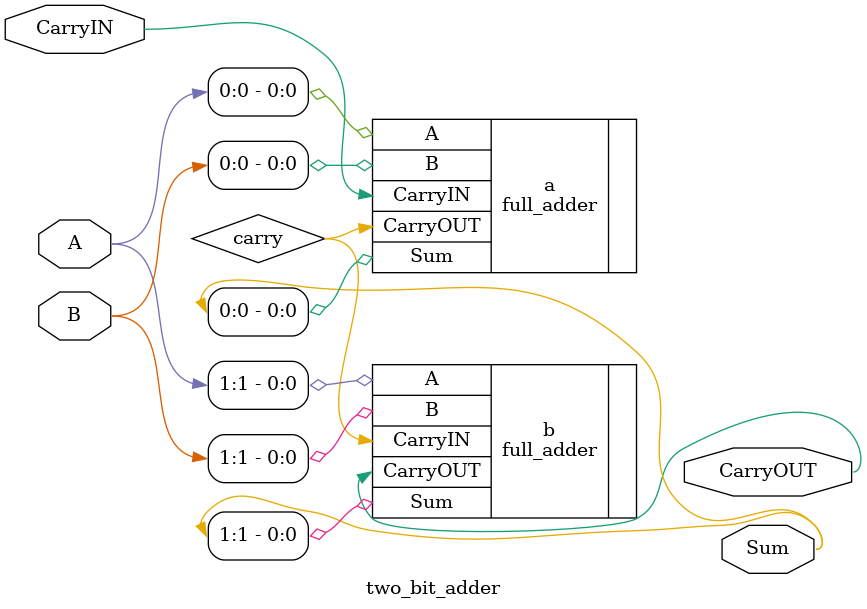
<source format=v>
`timescale 1ns / 1ps

module two_bit_adder(
    input[1:0] A, B,
    input CarryIN,
    output[1:0] Sum,
    output CarryOUT
  );
  
  wire carry;
  
  full_adder a(.A(A[0]), .B(B[0]), .CarryIN(CarryIN), .CarryOUT(carry), .Sum(Sum[0]));
  full_adder b(.A(A[1]), .B(B[1]), .CarryIN(carry), .CarryOUT(CarryOUT), .Sum(Sum[1]));
  
endmodule

</source>
